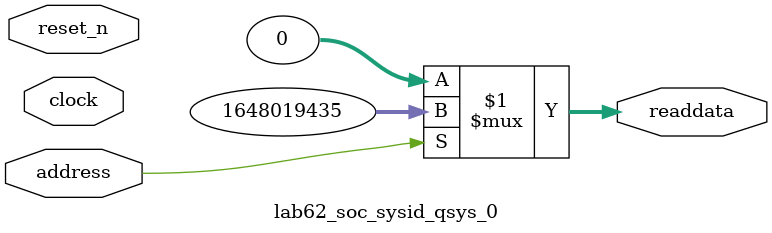
<source format=v>



// synthesis translate_off
`timescale 1ns / 1ps
// synthesis translate_on

// turn off superfluous verilog processor warnings 
// altera message_level Level1 
// altera message_off 10034 10035 10036 10037 10230 10240 10030 

module lab62_soc_sysid_qsys_0 (
               // inputs:
                address,
                clock,
                reset_n,

               // outputs:
                readdata
             )
;

  output  [ 31: 0] readdata;
  input            address;
  input            clock;
  input            reset_n;

  wire    [ 31: 0] readdata;
  //control_slave, which is an e_avalon_slave
  assign readdata = address ? 1648019435 : 0;

endmodule



</source>
